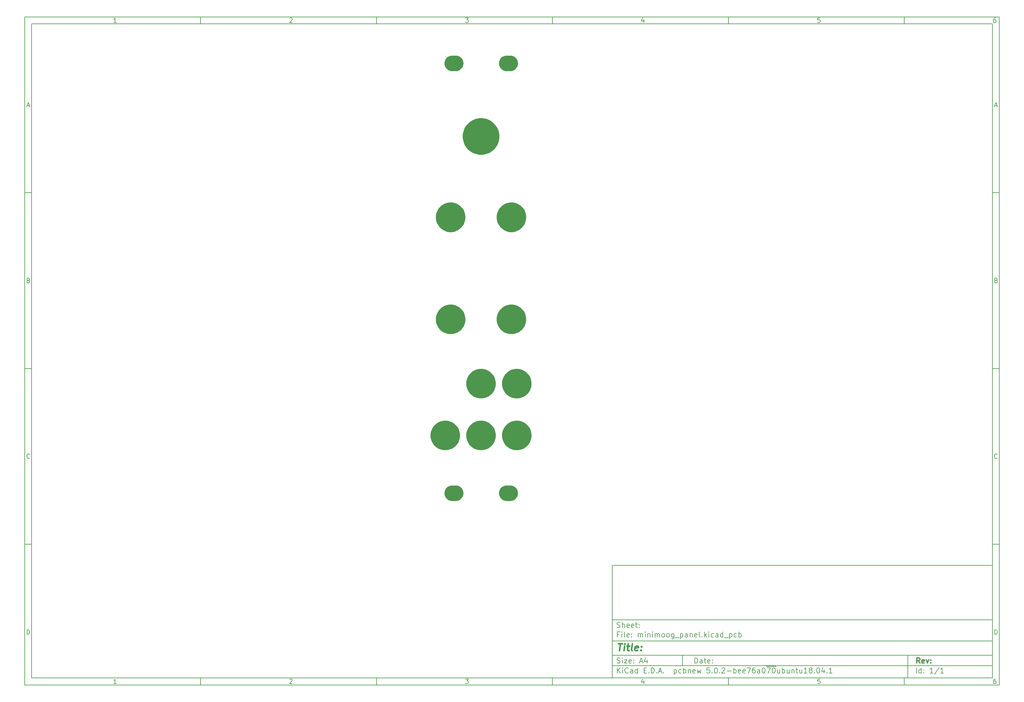
<source format=gbr>
G04 #@! TF.GenerationSoftware,KiCad,Pcbnew,5.0.2-bee76a0~70~ubuntu18.04.1*
G04 #@! TF.CreationDate,2019-05-15T10:05:18+10:00*
G04 #@! TF.ProjectId,minimoog_panel,6d696e69-6d6f-46f6-975f-70616e656c2e,rev?*
G04 #@! TF.SameCoordinates,Original*
G04 #@! TF.FileFunction,Soldermask,Top*
G04 #@! TF.FilePolarity,Negative*
%FSLAX46Y46*%
G04 Gerber Fmt 4.6, Leading zero omitted, Abs format (unit mm)*
G04 Created by KiCad (PCBNEW 5.0.2-bee76a0~70~ubuntu18.04.1) date Wed 15 May 2019 10:05:18 AEST*
%MOMM*%
%LPD*%
G01*
G04 APERTURE LIST*
%ADD10C,0.100000*%
%ADD11C,0.150000*%
%ADD12C,0.300000*%
%ADD13C,0.400000*%
G04 APERTURE END LIST*
D10*
D11*
X177002200Y-166007200D02*
X177002200Y-198007200D01*
X285002200Y-198007200D01*
X285002200Y-166007200D01*
X177002200Y-166007200D01*
D10*
D11*
X10000000Y-10000000D02*
X10000000Y-200007200D01*
X287002200Y-200007200D01*
X287002200Y-10000000D01*
X10000000Y-10000000D01*
D10*
D11*
X12000000Y-12000000D02*
X12000000Y-198007200D01*
X285002200Y-198007200D01*
X285002200Y-12000000D01*
X12000000Y-12000000D01*
D10*
D11*
X60000000Y-12000000D02*
X60000000Y-10000000D01*
D10*
D11*
X110000000Y-12000000D02*
X110000000Y-10000000D01*
D10*
D11*
X160000000Y-12000000D02*
X160000000Y-10000000D01*
D10*
D11*
X210000000Y-12000000D02*
X210000000Y-10000000D01*
D10*
D11*
X260000000Y-12000000D02*
X260000000Y-10000000D01*
D10*
D11*
X36065476Y-11588095D02*
X35322619Y-11588095D01*
X35694047Y-11588095D02*
X35694047Y-10288095D01*
X35570238Y-10473809D01*
X35446428Y-10597619D01*
X35322619Y-10659523D01*
D10*
D11*
X85322619Y-10411904D02*
X85384523Y-10350000D01*
X85508333Y-10288095D01*
X85817857Y-10288095D01*
X85941666Y-10350000D01*
X86003571Y-10411904D01*
X86065476Y-10535714D01*
X86065476Y-10659523D01*
X86003571Y-10845238D01*
X85260714Y-11588095D01*
X86065476Y-11588095D01*
D10*
D11*
X135260714Y-10288095D02*
X136065476Y-10288095D01*
X135632142Y-10783333D01*
X135817857Y-10783333D01*
X135941666Y-10845238D01*
X136003571Y-10907142D01*
X136065476Y-11030952D01*
X136065476Y-11340476D01*
X136003571Y-11464285D01*
X135941666Y-11526190D01*
X135817857Y-11588095D01*
X135446428Y-11588095D01*
X135322619Y-11526190D01*
X135260714Y-11464285D01*
D10*
D11*
X185941666Y-10721428D02*
X185941666Y-11588095D01*
X185632142Y-10226190D02*
X185322619Y-11154761D01*
X186127380Y-11154761D01*
D10*
D11*
X236003571Y-10288095D02*
X235384523Y-10288095D01*
X235322619Y-10907142D01*
X235384523Y-10845238D01*
X235508333Y-10783333D01*
X235817857Y-10783333D01*
X235941666Y-10845238D01*
X236003571Y-10907142D01*
X236065476Y-11030952D01*
X236065476Y-11340476D01*
X236003571Y-11464285D01*
X235941666Y-11526190D01*
X235817857Y-11588095D01*
X235508333Y-11588095D01*
X235384523Y-11526190D01*
X235322619Y-11464285D01*
D10*
D11*
X285941666Y-10288095D02*
X285694047Y-10288095D01*
X285570238Y-10350000D01*
X285508333Y-10411904D01*
X285384523Y-10597619D01*
X285322619Y-10845238D01*
X285322619Y-11340476D01*
X285384523Y-11464285D01*
X285446428Y-11526190D01*
X285570238Y-11588095D01*
X285817857Y-11588095D01*
X285941666Y-11526190D01*
X286003571Y-11464285D01*
X286065476Y-11340476D01*
X286065476Y-11030952D01*
X286003571Y-10907142D01*
X285941666Y-10845238D01*
X285817857Y-10783333D01*
X285570238Y-10783333D01*
X285446428Y-10845238D01*
X285384523Y-10907142D01*
X285322619Y-11030952D01*
D10*
D11*
X60000000Y-198007200D02*
X60000000Y-200007200D01*
D10*
D11*
X110000000Y-198007200D02*
X110000000Y-200007200D01*
D10*
D11*
X160000000Y-198007200D02*
X160000000Y-200007200D01*
D10*
D11*
X210000000Y-198007200D02*
X210000000Y-200007200D01*
D10*
D11*
X260000000Y-198007200D02*
X260000000Y-200007200D01*
D10*
D11*
X36065476Y-199595295D02*
X35322619Y-199595295D01*
X35694047Y-199595295D02*
X35694047Y-198295295D01*
X35570238Y-198481009D01*
X35446428Y-198604819D01*
X35322619Y-198666723D01*
D10*
D11*
X85322619Y-198419104D02*
X85384523Y-198357200D01*
X85508333Y-198295295D01*
X85817857Y-198295295D01*
X85941666Y-198357200D01*
X86003571Y-198419104D01*
X86065476Y-198542914D01*
X86065476Y-198666723D01*
X86003571Y-198852438D01*
X85260714Y-199595295D01*
X86065476Y-199595295D01*
D10*
D11*
X135260714Y-198295295D02*
X136065476Y-198295295D01*
X135632142Y-198790533D01*
X135817857Y-198790533D01*
X135941666Y-198852438D01*
X136003571Y-198914342D01*
X136065476Y-199038152D01*
X136065476Y-199347676D01*
X136003571Y-199471485D01*
X135941666Y-199533390D01*
X135817857Y-199595295D01*
X135446428Y-199595295D01*
X135322619Y-199533390D01*
X135260714Y-199471485D01*
D10*
D11*
X185941666Y-198728628D02*
X185941666Y-199595295D01*
X185632142Y-198233390D02*
X185322619Y-199161961D01*
X186127380Y-199161961D01*
D10*
D11*
X236003571Y-198295295D02*
X235384523Y-198295295D01*
X235322619Y-198914342D01*
X235384523Y-198852438D01*
X235508333Y-198790533D01*
X235817857Y-198790533D01*
X235941666Y-198852438D01*
X236003571Y-198914342D01*
X236065476Y-199038152D01*
X236065476Y-199347676D01*
X236003571Y-199471485D01*
X235941666Y-199533390D01*
X235817857Y-199595295D01*
X235508333Y-199595295D01*
X235384523Y-199533390D01*
X235322619Y-199471485D01*
D10*
D11*
X285941666Y-198295295D02*
X285694047Y-198295295D01*
X285570238Y-198357200D01*
X285508333Y-198419104D01*
X285384523Y-198604819D01*
X285322619Y-198852438D01*
X285322619Y-199347676D01*
X285384523Y-199471485D01*
X285446428Y-199533390D01*
X285570238Y-199595295D01*
X285817857Y-199595295D01*
X285941666Y-199533390D01*
X286003571Y-199471485D01*
X286065476Y-199347676D01*
X286065476Y-199038152D01*
X286003571Y-198914342D01*
X285941666Y-198852438D01*
X285817857Y-198790533D01*
X285570238Y-198790533D01*
X285446428Y-198852438D01*
X285384523Y-198914342D01*
X285322619Y-199038152D01*
D10*
D11*
X10000000Y-60000000D02*
X12000000Y-60000000D01*
D10*
D11*
X10000000Y-110000000D02*
X12000000Y-110000000D01*
D10*
D11*
X10000000Y-160000000D02*
X12000000Y-160000000D01*
D10*
D11*
X10690476Y-35216666D02*
X11309523Y-35216666D01*
X10566666Y-35588095D02*
X11000000Y-34288095D01*
X11433333Y-35588095D01*
D10*
D11*
X11092857Y-84907142D02*
X11278571Y-84969047D01*
X11340476Y-85030952D01*
X11402380Y-85154761D01*
X11402380Y-85340476D01*
X11340476Y-85464285D01*
X11278571Y-85526190D01*
X11154761Y-85588095D01*
X10659523Y-85588095D01*
X10659523Y-84288095D01*
X11092857Y-84288095D01*
X11216666Y-84350000D01*
X11278571Y-84411904D01*
X11340476Y-84535714D01*
X11340476Y-84659523D01*
X11278571Y-84783333D01*
X11216666Y-84845238D01*
X11092857Y-84907142D01*
X10659523Y-84907142D01*
D10*
D11*
X11402380Y-135464285D02*
X11340476Y-135526190D01*
X11154761Y-135588095D01*
X11030952Y-135588095D01*
X10845238Y-135526190D01*
X10721428Y-135402380D01*
X10659523Y-135278571D01*
X10597619Y-135030952D01*
X10597619Y-134845238D01*
X10659523Y-134597619D01*
X10721428Y-134473809D01*
X10845238Y-134350000D01*
X11030952Y-134288095D01*
X11154761Y-134288095D01*
X11340476Y-134350000D01*
X11402380Y-134411904D01*
D10*
D11*
X10659523Y-185588095D02*
X10659523Y-184288095D01*
X10969047Y-184288095D01*
X11154761Y-184350000D01*
X11278571Y-184473809D01*
X11340476Y-184597619D01*
X11402380Y-184845238D01*
X11402380Y-185030952D01*
X11340476Y-185278571D01*
X11278571Y-185402380D01*
X11154761Y-185526190D01*
X10969047Y-185588095D01*
X10659523Y-185588095D01*
D10*
D11*
X287002200Y-60000000D02*
X285002200Y-60000000D01*
D10*
D11*
X287002200Y-110000000D02*
X285002200Y-110000000D01*
D10*
D11*
X287002200Y-160000000D02*
X285002200Y-160000000D01*
D10*
D11*
X285692676Y-35216666D02*
X286311723Y-35216666D01*
X285568866Y-35588095D02*
X286002200Y-34288095D01*
X286435533Y-35588095D01*
D10*
D11*
X286095057Y-84907142D02*
X286280771Y-84969047D01*
X286342676Y-85030952D01*
X286404580Y-85154761D01*
X286404580Y-85340476D01*
X286342676Y-85464285D01*
X286280771Y-85526190D01*
X286156961Y-85588095D01*
X285661723Y-85588095D01*
X285661723Y-84288095D01*
X286095057Y-84288095D01*
X286218866Y-84350000D01*
X286280771Y-84411904D01*
X286342676Y-84535714D01*
X286342676Y-84659523D01*
X286280771Y-84783333D01*
X286218866Y-84845238D01*
X286095057Y-84907142D01*
X285661723Y-84907142D01*
D10*
D11*
X286404580Y-135464285D02*
X286342676Y-135526190D01*
X286156961Y-135588095D01*
X286033152Y-135588095D01*
X285847438Y-135526190D01*
X285723628Y-135402380D01*
X285661723Y-135278571D01*
X285599819Y-135030952D01*
X285599819Y-134845238D01*
X285661723Y-134597619D01*
X285723628Y-134473809D01*
X285847438Y-134350000D01*
X286033152Y-134288095D01*
X286156961Y-134288095D01*
X286342676Y-134350000D01*
X286404580Y-134411904D01*
D10*
D11*
X285661723Y-185588095D02*
X285661723Y-184288095D01*
X285971247Y-184288095D01*
X286156961Y-184350000D01*
X286280771Y-184473809D01*
X286342676Y-184597619D01*
X286404580Y-184845238D01*
X286404580Y-185030952D01*
X286342676Y-185278571D01*
X286280771Y-185402380D01*
X286156961Y-185526190D01*
X285971247Y-185588095D01*
X285661723Y-185588095D01*
D10*
D11*
X200434342Y-193785771D02*
X200434342Y-192285771D01*
X200791485Y-192285771D01*
X201005771Y-192357200D01*
X201148628Y-192500057D01*
X201220057Y-192642914D01*
X201291485Y-192928628D01*
X201291485Y-193142914D01*
X201220057Y-193428628D01*
X201148628Y-193571485D01*
X201005771Y-193714342D01*
X200791485Y-193785771D01*
X200434342Y-193785771D01*
X202577200Y-193785771D02*
X202577200Y-193000057D01*
X202505771Y-192857200D01*
X202362914Y-192785771D01*
X202077200Y-192785771D01*
X201934342Y-192857200D01*
X202577200Y-193714342D02*
X202434342Y-193785771D01*
X202077200Y-193785771D01*
X201934342Y-193714342D01*
X201862914Y-193571485D01*
X201862914Y-193428628D01*
X201934342Y-193285771D01*
X202077200Y-193214342D01*
X202434342Y-193214342D01*
X202577200Y-193142914D01*
X203077200Y-192785771D02*
X203648628Y-192785771D01*
X203291485Y-192285771D02*
X203291485Y-193571485D01*
X203362914Y-193714342D01*
X203505771Y-193785771D01*
X203648628Y-193785771D01*
X204720057Y-193714342D02*
X204577200Y-193785771D01*
X204291485Y-193785771D01*
X204148628Y-193714342D01*
X204077200Y-193571485D01*
X204077200Y-193000057D01*
X204148628Y-192857200D01*
X204291485Y-192785771D01*
X204577200Y-192785771D01*
X204720057Y-192857200D01*
X204791485Y-193000057D01*
X204791485Y-193142914D01*
X204077200Y-193285771D01*
X205434342Y-193642914D02*
X205505771Y-193714342D01*
X205434342Y-193785771D01*
X205362914Y-193714342D01*
X205434342Y-193642914D01*
X205434342Y-193785771D01*
X205434342Y-192857200D02*
X205505771Y-192928628D01*
X205434342Y-193000057D01*
X205362914Y-192928628D01*
X205434342Y-192857200D01*
X205434342Y-193000057D01*
D10*
D11*
X177002200Y-194507200D02*
X285002200Y-194507200D01*
D10*
D11*
X178434342Y-196585771D02*
X178434342Y-195085771D01*
X179291485Y-196585771D02*
X178648628Y-195728628D01*
X179291485Y-195085771D02*
X178434342Y-195942914D01*
X179934342Y-196585771D02*
X179934342Y-195585771D01*
X179934342Y-195085771D02*
X179862914Y-195157200D01*
X179934342Y-195228628D01*
X180005771Y-195157200D01*
X179934342Y-195085771D01*
X179934342Y-195228628D01*
X181505771Y-196442914D02*
X181434342Y-196514342D01*
X181220057Y-196585771D01*
X181077200Y-196585771D01*
X180862914Y-196514342D01*
X180720057Y-196371485D01*
X180648628Y-196228628D01*
X180577200Y-195942914D01*
X180577200Y-195728628D01*
X180648628Y-195442914D01*
X180720057Y-195300057D01*
X180862914Y-195157200D01*
X181077200Y-195085771D01*
X181220057Y-195085771D01*
X181434342Y-195157200D01*
X181505771Y-195228628D01*
X182791485Y-196585771D02*
X182791485Y-195800057D01*
X182720057Y-195657200D01*
X182577200Y-195585771D01*
X182291485Y-195585771D01*
X182148628Y-195657200D01*
X182791485Y-196514342D02*
X182648628Y-196585771D01*
X182291485Y-196585771D01*
X182148628Y-196514342D01*
X182077200Y-196371485D01*
X182077200Y-196228628D01*
X182148628Y-196085771D01*
X182291485Y-196014342D01*
X182648628Y-196014342D01*
X182791485Y-195942914D01*
X184148628Y-196585771D02*
X184148628Y-195085771D01*
X184148628Y-196514342D02*
X184005771Y-196585771D01*
X183720057Y-196585771D01*
X183577200Y-196514342D01*
X183505771Y-196442914D01*
X183434342Y-196300057D01*
X183434342Y-195871485D01*
X183505771Y-195728628D01*
X183577200Y-195657200D01*
X183720057Y-195585771D01*
X184005771Y-195585771D01*
X184148628Y-195657200D01*
X186005771Y-195800057D02*
X186505771Y-195800057D01*
X186720057Y-196585771D02*
X186005771Y-196585771D01*
X186005771Y-195085771D01*
X186720057Y-195085771D01*
X187362914Y-196442914D02*
X187434342Y-196514342D01*
X187362914Y-196585771D01*
X187291485Y-196514342D01*
X187362914Y-196442914D01*
X187362914Y-196585771D01*
X188077200Y-196585771D02*
X188077200Y-195085771D01*
X188434342Y-195085771D01*
X188648628Y-195157200D01*
X188791485Y-195300057D01*
X188862914Y-195442914D01*
X188934342Y-195728628D01*
X188934342Y-195942914D01*
X188862914Y-196228628D01*
X188791485Y-196371485D01*
X188648628Y-196514342D01*
X188434342Y-196585771D01*
X188077200Y-196585771D01*
X189577200Y-196442914D02*
X189648628Y-196514342D01*
X189577200Y-196585771D01*
X189505771Y-196514342D01*
X189577200Y-196442914D01*
X189577200Y-196585771D01*
X190220057Y-196157200D02*
X190934342Y-196157200D01*
X190077200Y-196585771D02*
X190577200Y-195085771D01*
X191077200Y-196585771D01*
X191577200Y-196442914D02*
X191648628Y-196514342D01*
X191577200Y-196585771D01*
X191505771Y-196514342D01*
X191577200Y-196442914D01*
X191577200Y-196585771D01*
X194577200Y-195585771D02*
X194577200Y-197085771D01*
X194577200Y-195657200D02*
X194720057Y-195585771D01*
X195005771Y-195585771D01*
X195148628Y-195657200D01*
X195220057Y-195728628D01*
X195291485Y-195871485D01*
X195291485Y-196300057D01*
X195220057Y-196442914D01*
X195148628Y-196514342D01*
X195005771Y-196585771D01*
X194720057Y-196585771D01*
X194577200Y-196514342D01*
X196577200Y-196514342D02*
X196434342Y-196585771D01*
X196148628Y-196585771D01*
X196005771Y-196514342D01*
X195934342Y-196442914D01*
X195862914Y-196300057D01*
X195862914Y-195871485D01*
X195934342Y-195728628D01*
X196005771Y-195657200D01*
X196148628Y-195585771D01*
X196434342Y-195585771D01*
X196577200Y-195657200D01*
X197220057Y-196585771D02*
X197220057Y-195085771D01*
X197220057Y-195657200D02*
X197362914Y-195585771D01*
X197648628Y-195585771D01*
X197791485Y-195657200D01*
X197862914Y-195728628D01*
X197934342Y-195871485D01*
X197934342Y-196300057D01*
X197862914Y-196442914D01*
X197791485Y-196514342D01*
X197648628Y-196585771D01*
X197362914Y-196585771D01*
X197220057Y-196514342D01*
X198577200Y-195585771D02*
X198577200Y-196585771D01*
X198577200Y-195728628D02*
X198648628Y-195657200D01*
X198791485Y-195585771D01*
X199005771Y-195585771D01*
X199148628Y-195657200D01*
X199220057Y-195800057D01*
X199220057Y-196585771D01*
X200505771Y-196514342D02*
X200362914Y-196585771D01*
X200077200Y-196585771D01*
X199934342Y-196514342D01*
X199862914Y-196371485D01*
X199862914Y-195800057D01*
X199934342Y-195657200D01*
X200077200Y-195585771D01*
X200362914Y-195585771D01*
X200505771Y-195657200D01*
X200577200Y-195800057D01*
X200577200Y-195942914D01*
X199862914Y-196085771D01*
X201077200Y-195585771D02*
X201362914Y-196585771D01*
X201648628Y-195871485D01*
X201934342Y-196585771D01*
X202220057Y-195585771D01*
X204648628Y-195085771D02*
X203934342Y-195085771D01*
X203862914Y-195800057D01*
X203934342Y-195728628D01*
X204077200Y-195657200D01*
X204434342Y-195657200D01*
X204577200Y-195728628D01*
X204648628Y-195800057D01*
X204720057Y-195942914D01*
X204720057Y-196300057D01*
X204648628Y-196442914D01*
X204577200Y-196514342D01*
X204434342Y-196585771D01*
X204077200Y-196585771D01*
X203934342Y-196514342D01*
X203862914Y-196442914D01*
X205362914Y-196442914D02*
X205434342Y-196514342D01*
X205362914Y-196585771D01*
X205291485Y-196514342D01*
X205362914Y-196442914D01*
X205362914Y-196585771D01*
X206362914Y-195085771D02*
X206505771Y-195085771D01*
X206648628Y-195157200D01*
X206720057Y-195228628D01*
X206791485Y-195371485D01*
X206862914Y-195657200D01*
X206862914Y-196014342D01*
X206791485Y-196300057D01*
X206720057Y-196442914D01*
X206648628Y-196514342D01*
X206505771Y-196585771D01*
X206362914Y-196585771D01*
X206220057Y-196514342D01*
X206148628Y-196442914D01*
X206077200Y-196300057D01*
X206005771Y-196014342D01*
X206005771Y-195657200D01*
X206077200Y-195371485D01*
X206148628Y-195228628D01*
X206220057Y-195157200D01*
X206362914Y-195085771D01*
X207505771Y-196442914D02*
X207577200Y-196514342D01*
X207505771Y-196585771D01*
X207434342Y-196514342D01*
X207505771Y-196442914D01*
X207505771Y-196585771D01*
X208148628Y-195228628D02*
X208220057Y-195157200D01*
X208362914Y-195085771D01*
X208720057Y-195085771D01*
X208862914Y-195157200D01*
X208934342Y-195228628D01*
X209005771Y-195371485D01*
X209005771Y-195514342D01*
X208934342Y-195728628D01*
X208077200Y-196585771D01*
X209005771Y-196585771D01*
X209648628Y-196014342D02*
X210791485Y-196014342D01*
X211505771Y-196585771D02*
X211505771Y-195085771D01*
X211505771Y-195657200D02*
X211648628Y-195585771D01*
X211934342Y-195585771D01*
X212077200Y-195657200D01*
X212148628Y-195728628D01*
X212220057Y-195871485D01*
X212220057Y-196300057D01*
X212148628Y-196442914D01*
X212077200Y-196514342D01*
X211934342Y-196585771D01*
X211648628Y-196585771D01*
X211505771Y-196514342D01*
X213434342Y-196514342D02*
X213291485Y-196585771D01*
X213005771Y-196585771D01*
X212862914Y-196514342D01*
X212791485Y-196371485D01*
X212791485Y-195800057D01*
X212862914Y-195657200D01*
X213005771Y-195585771D01*
X213291485Y-195585771D01*
X213434342Y-195657200D01*
X213505771Y-195800057D01*
X213505771Y-195942914D01*
X212791485Y-196085771D01*
X214720057Y-196514342D02*
X214577200Y-196585771D01*
X214291485Y-196585771D01*
X214148628Y-196514342D01*
X214077200Y-196371485D01*
X214077200Y-195800057D01*
X214148628Y-195657200D01*
X214291485Y-195585771D01*
X214577200Y-195585771D01*
X214720057Y-195657200D01*
X214791485Y-195800057D01*
X214791485Y-195942914D01*
X214077200Y-196085771D01*
X215291485Y-195085771D02*
X216291485Y-195085771D01*
X215648628Y-196585771D01*
X217505771Y-195085771D02*
X217220057Y-195085771D01*
X217077200Y-195157200D01*
X217005771Y-195228628D01*
X216862914Y-195442914D01*
X216791485Y-195728628D01*
X216791485Y-196300057D01*
X216862914Y-196442914D01*
X216934342Y-196514342D01*
X217077200Y-196585771D01*
X217362914Y-196585771D01*
X217505771Y-196514342D01*
X217577200Y-196442914D01*
X217648628Y-196300057D01*
X217648628Y-195942914D01*
X217577200Y-195800057D01*
X217505771Y-195728628D01*
X217362914Y-195657200D01*
X217077200Y-195657200D01*
X216934342Y-195728628D01*
X216862914Y-195800057D01*
X216791485Y-195942914D01*
X218934342Y-196585771D02*
X218934342Y-195800057D01*
X218862914Y-195657200D01*
X218720057Y-195585771D01*
X218434342Y-195585771D01*
X218291485Y-195657200D01*
X218934342Y-196514342D02*
X218791485Y-196585771D01*
X218434342Y-196585771D01*
X218291485Y-196514342D01*
X218220057Y-196371485D01*
X218220057Y-196228628D01*
X218291485Y-196085771D01*
X218434342Y-196014342D01*
X218791485Y-196014342D01*
X218934342Y-195942914D01*
X219934342Y-195085771D02*
X220077200Y-195085771D01*
X220220057Y-195157200D01*
X220291485Y-195228628D01*
X220362914Y-195371485D01*
X220434342Y-195657200D01*
X220434342Y-196014342D01*
X220362914Y-196300057D01*
X220291485Y-196442914D01*
X220220057Y-196514342D01*
X220077200Y-196585771D01*
X219934342Y-196585771D01*
X219791485Y-196514342D01*
X219720057Y-196442914D01*
X219648628Y-196300057D01*
X219577200Y-196014342D01*
X219577200Y-195657200D01*
X219648628Y-195371485D01*
X219720057Y-195228628D01*
X219791485Y-195157200D01*
X219934342Y-195085771D01*
X220720057Y-194677200D02*
X222148628Y-194677200D01*
X220934342Y-195085771D02*
X221934342Y-195085771D01*
X221291485Y-196585771D01*
X222148628Y-194677200D02*
X223577200Y-194677200D01*
X222791485Y-195085771D02*
X222934342Y-195085771D01*
X223077200Y-195157200D01*
X223148628Y-195228628D01*
X223220057Y-195371485D01*
X223291485Y-195657200D01*
X223291485Y-196014342D01*
X223220057Y-196300057D01*
X223148628Y-196442914D01*
X223077200Y-196514342D01*
X222934342Y-196585771D01*
X222791485Y-196585771D01*
X222648628Y-196514342D01*
X222577200Y-196442914D01*
X222505771Y-196300057D01*
X222434342Y-196014342D01*
X222434342Y-195657200D01*
X222505771Y-195371485D01*
X222577200Y-195228628D01*
X222648628Y-195157200D01*
X222791485Y-195085771D01*
X224577200Y-195585771D02*
X224577200Y-196585771D01*
X223934342Y-195585771D02*
X223934342Y-196371485D01*
X224005771Y-196514342D01*
X224148628Y-196585771D01*
X224362914Y-196585771D01*
X224505771Y-196514342D01*
X224577200Y-196442914D01*
X225291485Y-196585771D02*
X225291485Y-195085771D01*
X225291485Y-195657200D02*
X225434342Y-195585771D01*
X225720057Y-195585771D01*
X225862914Y-195657200D01*
X225934342Y-195728628D01*
X226005771Y-195871485D01*
X226005771Y-196300057D01*
X225934342Y-196442914D01*
X225862914Y-196514342D01*
X225720057Y-196585771D01*
X225434342Y-196585771D01*
X225291485Y-196514342D01*
X227291485Y-195585771D02*
X227291485Y-196585771D01*
X226648628Y-195585771D02*
X226648628Y-196371485D01*
X226720057Y-196514342D01*
X226862914Y-196585771D01*
X227077200Y-196585771D01*
X227220057Y-196514342D01*
X227291485Y-196442914D01*
X228005771Y-195585771D02*
X228005771Y-196585771D01*
X228005771Y-195728628D02*
X228077200Y-195657200D01*
X228220057Y-195585771D01*
X228434342Y-195585771D01*
X228577200Y-195657200D01*
X228648628Y-195800057D01*
X228648628Y-196585771D01*
X229148628Y-195585771D02*
X229720057Y-195585771D01*
X229362914Y-195085771D02*
X229362914Y-196371485D01*
X229434342Y-196514342D01*
X229577200Y-196585771D01*
X229720057Y-196585771D01*
X230862914Y-195585771D02*
X230862914Y-196585771D01*
X230220057Y-195585771D02*
X230220057Y-196371485D01*
X230291485Y-196514342D01*
X230434342Y-196585771D01*
X230648628Y-196585771D01*
X230791485Y-196514342D01*
X230862914Y-196442914D01*
X232362914Y-196585771D02*
X231505771Y-196585771D01*
X231934342Y-196585771D02*
X231934342Y-195085771D01*
X231791485Y-195300057D01*
X231648628Y-195442914D01*
X231505771Y-195514342D01*
X233220057Y-195728628D02*
X233077200Y-195657200D01*
X233005771Y-195585771D01*
X232934342Y-195442914D01*
X232934342Y-195371485D01*
X233005771Y-195228628D01*
X233077200Y-195157200D01*
X233220057Y-195085771D01*
X233505771Y-195085771D01*
X233648628Y-195157200D01*
X233720057Y-195228628D01*
X233791485Y-195371485D01*
X233791485Y-195442914D01*
X233720057Y-195585771D01*
X233648628Y-195657200D01*
X233505771Y-195728628D01*
X233220057Y-195728628D01*
X233077200Y-195800057D01*
X233005771Y-195871485D01*
X232934342Y-196014342D01*
X232934342Y-196300057D01*
X233005771Y-196442914D01*
X233077200Y-196514342D01*
X233220057Y-196585771D01*
X233505771Y-196585771D01*
X233648628Y-196514342D01*
X233720057Y-196442914D01*
X233791485Y-196300057D01*
X233791485Y-196014342D01*
X233720057Y-195871485D01*
X233648628Y-195800057D01*
X233505771Y-195728628D01*
X234434342Y-196442914D02*
X234505771Y-196514342D01*
X234434342Y-196585771D01*
X234362914Y-196514342D01*
X234434342Y-196442914D01*
X234434342Y-196585771D01*
X235434342Y-195085771D02*
X235577200Y-195085771D01*
X235720057Y-195157200D01*
X235791485Y-195228628D01*
X235862914Y-195371485D01*
X235934342Y-195657200D01*
X235934342Y-196014342D01*
X235862914Y-196300057D01*
X235791485Y-196442914D01*
X235720057Y-196514342D01*
X235577200Y-196585771D01*
X235434342Y-196585771D01*
X235291485Y-196514342D01*
X235220057Y-196442914D01*
X235148628Y-196300057D01*
X235077200Y-196014342D01*
X235077200Y-195657200D01*
X235148628Y-195371485D01*
X235220057Y-195228628D01*
X235291485Y-195157200D01*
X235434342Y-195085771D01*
X237220057Y-195585771D02*
X237220057Y-196585771D01*
X236862914Y-195014342D02*
X236505771Y-196085771D01*
X237434342Y-196085771D01*
X238005771Y-196442914D02*
X238077199Y-196514342D01*
X238005771Y-196585771D01*
X237934342Y-196514342D01*
X238005771Y-196442914D01*
X238005771Y-196585771D01*
X239505771Y-196585771D02*
X238648628Y-196585771D01*
X239077200Y-196585771D02*
X239077200Y-195085771D01*
X238934342Y-195300057D01*
X238791485Y-195442914D01*
X238648628Y-195514342D01*
D10*
D11*
X177002200Y-191507200D02*
X285002200Y-191507200D01*
D10*
D12*
X264411485Y-193785771D02*
X263911485Y-193071485D01*
X263554342Y-193785771D02*
X263554342Y-192285771D01*
X264125771Y-192285771D01*
X264268628Y-192357200D01*
X264340057Y-192428628D01*
X264411485Y-192571485D01*
X264411485Y-192785771D01*
X264340057Y-192928628D01*
X264268628Y-193000057D01*
X264125771Y-193071485D01*
X263554342Y-193071485D01*
X265625771Y-193714342D02*
X265482914Y-193785771D01*
X265197200Y-193785771D01*
X265054342Y-193714342D01*
X264982914Y-193571485D01*
X264982914Y-193000057D01*
X265054342Y-192857200D01*
X265197200Y-192785771D01*
X265482914Y-192785771D01*
X265625771Y-192857200D01*
X265697200Y-193000057D01*
X265697200Y-193142914D01*
X264982914Y-193285771D01*
X266197200Y-192785771D02*
X266554342Y-193785771D01*
X266911485Y-192785771D01*
X267482914Y-193642914D02*
X267554342Y-193714342D01*
X267482914Y-193785771D01*
X267411485Y-193714342D01*
X267482914Y-193642914D01*
X267482914Y-193785771D01*
X267482914Y-192857200D02*
X267554342Y-192928628D01*
X267482914Y-193000057D01*
X267411485Y-192928628D01*
X267482914Y-192857200D01*
X267482914Y-193000057D01*
D10*
D11*
X178362914Y-193714342D02*
X178577200Y-193785771D01*
X178934342Y-193785771D01*
X179077200Y-193714342D01*
X179148628Y-193642914D01*
X179220057Y-193500057D01*
X179220057Y-193357200D01*
X179148628Y-193214342D01*
X179077200Y-193142914D01*
X178934342Y-193071485D01*
X178648628Y-193000057D01*
X178505771Y-192928628D01*
X178434342Y-192857200D01*
X178362914Y-192714342D01*
X178362914Y-192571485D01*
X178434342Y-192428628D01*
X178505771Y-192357200D01*
X178648628Y-192285771D01*
X179005771Y-192285771D01*
X179220057Y-192357200D01*
X179862914Y-193785771D02*
X179862914Y-192785771D01*
X179862914Y-192285771D02*
X179791485Y-192357200D01*
X179862914Y-192428628D01*
X179934342Y-192357200D01*
X179862914Y-192285771D01*
X179862914Y-192428628D01*
X180434342Y-192785771D02*
X181220057Y-192785771D01*
X180434342Y-193785771D01*
X181220057Y-193785771D01*
X182362914Y-193714342D02*
X182220057Y-193785771D01*
X181934342Y-193785771D01*
X181791485Y-193714342D01*
X181720057Y-193571485D01*
X181720057Y-193000057D01*
X181791485Y-192857200D01*
X181934342Y-192785771D01*
X182220057Y-192785771D01*
X182362914Y-192857200D01*
X182434342Y-193000057D01*
X182434342Y-193142914D01*
X181720057Y-193285771D01*
X183077200Y-193642914D02*
X183148628Y-193714342D01*
X183077200Y-193785771D01*
X183005771Y-193714342D01*
X183077200Y-193642914D01*
X183077200Y-193785771D01*
X183077200Y-192857200D02*
X183148628Y-192928628D01*
X183077200Y-193000057D01*
X183005771Y-192928628D01*
X183077200Y-192857200D01*
X183077200Y-193000057D01*
X184862914Y-193357200D02*
X185577200Y-193357200D01*
X184720057Y-193785771D02*
X185220057Y-192285771D01*
X185720057Y-193785771D01*
X186862914Y-192785771D02*
X186862914Y-193785771D01*
X186505771Y-192214342D02*
X186148628Y-193285771D01*
X187077200Y-193285771D01*
D10*
D11*
X263434342Y-196585771D02*
X263434342Y-195085771D01*
X264791485Y-196585771D02*
X264791485Y-195085771D01*
X264791485Y-196514342D02*
X264648628Y-196585771D01*
X264362914Y-196585771D01*
X264220057Y-196514342D01*
X264148628Y-196442914D01*
X264077200Y-196300057D01*
X264077200Y-195871485D01*
X264148628Y-195728628D01*
X264220057Y-195657200D01*
X264362914Y-195585771D01*
X264648628Y-195585771D01*
X264791485Y-195657200D01*
X265505771Y-196442914D02*
X265577200Y-196514342D01*
X265505771Y-196585771D01*
X265434342Y-196514342D01*
X265505771Y-196442914D01*
X265505771Y-196585771D01*
X265505771Y-195657200D02*
X265577200Y-195728628D01*
X265505771Y-195800057D01*
X265434342Y-195728628D01*
X265505771Y-195657200D01*
X265505771Y-195800057D01*
X268148628Y-196585771D02*
X267291485Y-196585771D01*
X267720057Y-196585771D02*
X267720057Y-195085771D01*
X267577200Y-195300057D01*
X267434342Y-195442914D01*
X267291485Y-195514342D01*
X269862914Y-195014342D02*
X268577200Y-196942914D01*
X271148628Y-196585771D02*
X270291485Y-196585771D01*
X270720057Y-196585771D02*
X270720057Y-195085771D01*
X270577200Y-195300057D01*
X270434342Y-195442914D01*
X270291485Y-195514342D01*
D10*
D11*
X177002200Y-187507200D02*
X285002200Y-187507200D01*
D10*
D13*
X178714580Y-188211961D02*
X179857438Y-188211961D01*
X179036009Y-190211961D02*
X179286009Y-188211961D01*
X180274104Y-190211961D02*
X180440771Y-188878628D01*
X180524104Y-188211961D02*
X180416961Y-188307200D01*
X180500295Y-188402438D01*
X180607438Y-188307200D01*
X180524104Y-188211961D01*
X180500295Y-188402438D01*
X181107438Y-188878628D02*
X181869342Y-188878628D01*
X181476485Y-188211961D02*
X181262200Y-189926247D01*
X181333628Y-190116723D01*
X181512200Y-190211961D01*
X181702676Y-190211961D01*
X182655057Y-190211961D02*
X182476485Y-190116723D01*
X182405057Y-189926247D01*
X182619342Y-188211961D01*
X184190771Y-190116723D02*
X183988390Y-190211961D01*
X183607438Y-190211961D01*
X183428866Y-190116723D01*
X183357438Y-189926247D01*
X183452676Y-189164342D01*
X183571723Y-188973866D01*
X183774104Y-188878628D01*
X184155057Y-188878628D01*
X184333628Y-188973866D01*
X184405057Y-189164342D01*
X184381247Y-189354819D01*
X183405057Y-189545295D01*
X185155057Y-190021485D02*
X185238390Y-190116723D01*
X185131247Y-190211961D01*
X185047914Y-190116723D01*
X185155057Y-190021485D01*
X185131247Y-190211961D01*
X185286009Y-188973866D02*
X185369342Y-189069104D01*
X185262200Y-189164342D01*
X185178866Y-189069104D01*
X185286009Y-188973866D01*
X185262200Y-189164342D01*
D10*
D11*
X178934342Y-185600057D02*
X178434342Y-185600057D01*
X178434342Y-186385771D02*
X178434342Y-184885771D01*
X179148628Y-184885771D01*
X179720057Y-186385771D02*
X179720057Y-185385771D01*
X179720057Y-184885771D02*
X179648628Y-184957200D01*
X179720057Y-185028628D01*
X179791485Y-184957200D01*
X179720057Y-184885771D01*
X179720057Y-185028628D01*
X180648628Y-186385771D02*
X180505771Y-186314342D01*
X180434342Y-186171485D01*
X180434342Y-184885771D01*
X181791485Y-186314342D02*
X181648628Y-186385771D01*
X181362914Y-186385771D01*
X181220057Y-186314342D01*
X181148628Y-186171485D01*
X181148628Y-185600057D01*
X181220057Y-185457200D01*
X181362914Y-185385771D01*
X181648628Y-185385771D01*
X181791485Y-185457200D01*
X181862914Y-185600057D01*
X181862914Y-185742914D01*
X181148628Y-185885771D01*
X182505771Y-186242914D02*
X182577200Y-186314342D01*
X182505771Y-186385771D01*
X182434342Y-186314342D01*
X182505771Y-186242914D01*
X182505771Y-186385771D01*
X182505771Y-185457200D02*
X182577200Y-185528628D01*
X182505771Y-185600057D01*
X182434342Y-185528628D01*
X182505771Y-185457200D01*
X182505771Y-185600057D01*
X184362914Y-186385771D02*
X184362914Y-185385771D01*
X184362914Y-185528628D02*
X184434342Y-185457200D01*
X184577200Y-185385771D01*
X184791485Y-185385771D01*
X184934342Y-185457200D01*
X185005771Y-185600057D01*
X185005771Y-186385771D01*
X185005771Y-185600057D02*
X185077200Y-185457200D01*
X185220057Y-185385771D01*
X185434342Y-185385771D01*
X185577200Y-185457200D01*
X185648628Y-185600057D01*
X185648628Y-186385771D01*
X186362914Y-186385771D02*
X186362914Y-185385771D01*
X186362914Y-184885771D02*
X186291485Y-184957200D01*
X186362914Y-185028628D01*
X186434342Y-184957200D01*
X186362914Y-184885771D01*
X186362914Y-185028628D01*
X187077200Y-185385771D02*
X187077200Y-186385771D01*
X187077200Y-185528628D02*
X187148628Y-185457200D01*
X187291485Y-185385771D01*
X187505771Y-185385771D01*
X187648628Y-185457200D01*
X187720057Y-185600057D01*
X187720057Y-186385771D01*
X188434342Y-186385771D02*
X188434342Y-185385771D01*
X188434342Y-184885771D02*
X188362914Y-184957200D01*
X188434342Y-185028628D01*
X188505771Y-184957200D01*
X188434342Y-184885771D01*
X188434342Y-185028628D01*
X189148628Y-186385771D02*
X189148628Y-185385771D01*
X189148628Y-185528628D02*
X189220057Y-185457200D01*
X189362914Y-185385771D01*
X189577200Y-185385771D01*
X189720057Y-185457200D01*
X189791485Y-185600057D01*
X189791485Y-186385771D01*
X189791485Y-185600057D02*
X189862914Y-185457200D01*
X190005771Y-185385771D01*
X190220057Y-185385771D01*
X190362914Y-185457200D01*
X190434342Y-185600057D01*
X190434342Y-186385771D01*
X191362914Y-186385771D02*
X191220057Y-186314342D01*
X191148628Y-186242914D01*
X191077200Y-186100057D01*
X191077200Y-185671485D01*
X191148628Y-185528628D01*
X191220057Y-185457200D01*
X191362914Y-185385771D01*
X191577200Y-185385771D01*
X191720057Y-185457200D01*
X191791485Y-185528628D01*
X191862914Y-185671485D01*
X191862914Y-186100057D01*
X191791485Y-186242914D01*
X191720057Y-186314342D01*
X191577200Y-186385771D01*
X191362914Y-186385771D01*
X192720057Y-186385771D02*
X192577200Y-186314342D01*
X192505771Y-186242914D01*
X192434342Y-186100057D01*
X192434342Y-185671485D01*
X192505771Y-185528628D01*
X192577200Y-185457200D01*
X192720057Y-185385771D01*
X192934342Y-185385771D01*
X193077200Y-185457200D01*
X193148628Y-185528628D01*
X193220057Y-185671485D01*
X193220057Y-186100057D01*
X193148628Y-186242914D01*
X193077200Y-186314342D01*
X192934342Y-186385771D01*
X192720057Y-186385771D01*
X194505771Y-185385771D02*
X194505771Y-186600057D01*
X194434342Y-186742914D01*
X194362914Y-186814342D01*
X194220057Y-186885771D01*
X194005771Y-186885771D01*
X193862914Y-186814342D01*
X194505771Y-186314342D02*
X194362914Y-186385771D01*
X194077200Y-186385771D01*
X193934342Y-186314342D01*
X193862914Y-186242914D01*
X193791485Y-186100057D01*
X193791485Y-185671485D01*
X193862914Y-185528628D01*
X193934342Y-185457200D01*
X194077200Y-185385771D01*
X194362914Y-185385771D01*
X194505771Y-185457200D01*
X194862914Y-186528628D02*
X196005771Y-186528628D01*
X196362914Y-185385771D02*
X196362914Y-186885771D01*
X196362914Y-185457200D02*
X196505771Y-185385771D01*
X196791485Y-185385771D01*
X196934342Y-185457200D01*
X197005771Y-185528628D01*
X197077200Y-185671485D01*
X197077200Y-186100057D01*
X197005771Y-186242914D01*
X196934342Y-186314342D01*
X196791485Y-186385771D01*
X196505771Y-186385771D01*
X196362914Y-186314342D01*
X198362914Y-186385771D02*
X198362914Y-185600057D01*
X198291485Y-185457200D01*
X198148628Y-185385771D01*
X197862914Y-185385771D01*
X197720057Y-185457200D01*
X198362914Y-186314342D02*
X198220057Y-186385771D01*
X197862914Y-186385771D01*
X197720057Y-186314342D01*
X197648628Y-186171485D01*
X197648628Y-186028628D01*
X197720057Y-185885771D01*
X197862914Y-185814342D01*
X198220057Y-185814342D01*
X198362914Y-185742914D01*
X199077200Y-185385771D02*
X199077200Y-186385771D01*
X199077200Y-185528628D02*
X199148628Y-185457200D01*
X199291485Y-185385771D01*
X199505771Y-185385771D01*
X199648628Y-185457200D01*
X199720057Y-185600057D01*
X199720057Y-186385771D01*
X201005771Y-186314342D02*
X200862914Y-186385771D01*
X200577200Y-186385771D01*
X200434342Y-186314342D01*
X200362914Y-186171485D01*
X200362914Y-185600057D01*
X200434342Y-185457200D01*
X200577200Y-185385771D01*
X200862914Y-185385771D01*
X201005771Y-185457200D01*
X201077200Y-185600057D01*
X201077200Y-185742914D01*
X200362914Y-185885771D01*
X201934342Y-186385771D02*
X201791485Y-186314342D01*
X201720057Y-186171485D01*
X201720057Y-184885771D01*
X202505771Y-186242914D02*
X202577200Y-186314342D01*
X202505771Y-186385771D01*
X202434342Y-186314342D01*
X202505771Y-186242914D01*
X202505771Y-186385771D01*
X203220057Y-186385771D02*
X203220057Y-184885771D01*
X203362914Y-185814342D02*
X203791485Y-186385771D01*
X203791485Y-185385771D02*
X203220057Y-185957200D01*
X204434342Y-186385771D02*
X204434342Y-185385771D01*
X204434342Y-184885771D02*
X204362914Y-184957200D01*
X204434342Y-185028628D01*
X204505771Y-184957200D01*
X204434342Y-184885771D01*
X204434342Y-185028628D01*
X205791485Y-186314342D02*
X205648628Y-186385771D01*
X205362914Y-186385771D01*
X205220057Y-186314342D01*
X205148628Y-186242914D01*
X205077200Y-186100057D01*
X205077200Y-185671485D01*
X205148628Y-185528628D01*
X205220057Y-185457200D01*
X205362914Y-185385771D01*
X205648628Y-185385771D01*
X205791485Y-185457200D01*
X207077200Y-186385771D02*
X207077200Y-185600057D01*
X207005771Y-185457200D01*
X206862914Y-185385771D01*
X206577200Y-185385771D01*
X206434342Y-185457200D01*
X207077200Y-186314342D02*
X206934342Y-186385771D01*
X206577200Y-186385771D01*
X206434342Y-186314342D01*
X206362914Y-186171485D01*
X206362914Y-186028628D01*
X206434342Y-185885771D01*
X206577200Y-185814342D01*
X206934342Y-185814342D01*
X207077200Y-185742914D01*
X208434342Y-186385771D02*
X208434342Y-184885771D01*
X208434342Y-186314342D02*
X208291485Y-186385771D01*
X208005771Y-186385771D01*
X207862914Y-186314342D01*
X207791485Y-186242914D01*
X207720057Y-186100057D01*
X207720057Y-185671485D01*
X207791485Y-185528628D01*
X207862914Y-185457200D01*
X208005771Y-185385771D01*
X208291485Y-185385771D01*
X208434342Y-185457200D01*
X208791485Y-186528628D02*
X209934342Y-186528628D01*
X210291485Y-185385771D02*
X210291485Y-186885771D01*
X210291485Y-185457200D02*
X210434342Y-185385771D01*
X210720057Y-185385771D01*
X210862914Y-185457200D01*
X210934342Y-185528628D01*
X211005771Y-185671485D01*
X211005771Y-186100057D01*
X210934342Y-186242914D01*
X210862914Y-186314342D01*
X210720057Y-186385771D01*
X210434342Y-186385771D01*
X210291485Y-186314342D01*
X212291485Y-186314342D02*
X212148628Y-186385771D01*
X211862914Y-186385771D01*
X211720057Y-186314342D01*
X211648628Y-186242914D01*
X211577200Y-186100057D01*
X211577200Y-185671485D01*
X211648628Y-185528628D01*
X211720057Y-185457200D01*
X211862914Y-185385771D01*
X212148628Y-185385771D01*
X212291485Y-185457200D01*
X212934342Y-186385771D02*
X212934342Y-184885771D01*
X212934342Y-185457200D02*
X213077200Y-185385771D01*
X213362914Y-185385771D01*
X213505771Y-185457200D01*
X213577200Y-185528628D01*
X213648628Y-185671485D01*
X213648628Y-186100057D01*
X213577200Y-186242914D01*
X213505771Y-186314342D01*
X213362914Y-186385771D01*
X213077200Y-186385771D01*
X212934342Y-186314342D01*
D10*
D11*
X177002200Y-181507200D02*
X285002200Y-181507200D01*
D10*
D11*
X178362914Y-183614342D02*
X178577200Y-183685771D01*
X178934342Y-183685771D01*
X179077200Y-183614342D01*
X179148628Y-183542914D01*
X179220057Y-183400057D01*
X179220057Y-183257200D01*
X179148628Y-183114342D01*
X179077200Y-183042914D01*
X178934342Y-182971485D01*
X178648628Y-182900057D01*
X178505771Y-182828628D01*
X178434342Y-182757200D01*
X178362914Y-182614342D01*
X178362914Y-182471485D01*
X178434342Y-182328628D01*
X178505771Y-182257200D01*
X178648628Y-182185771D01*
X179005771Y-182185771D01*
X179220057Y-182257200D01*
X179862914Y-183685771D02*
X179862914Y-182185771D01*
X180505771Y-183685771D02*
X180505771Y-182900057D01*
X180434342Y-182757200D01*
X180291485Y-182685771D01*
X180077200Y-182685771D01*
X179934342Y-182757200D01*
X179862914Y-182828628D01*
X181791485Y-183614342D02*
X181648628Y-183685771D01*
X181362914Y-183685771D01*
X181220057Y-183614342D01*
X181148628Y-183471485D01*
X181148628Y-182900057D01*
X181220057Y-182757200D01*
X181362914Y-182685771D01*
X181648628Y-182685771D01*
X181791485Y-182757200D01*
X181862914Y-182900057D01*
X181862914Y-183042914D01*
X181148628Y-183185771D01*
X183077200Y-183614342D02*
X182934342Y-183685771D01*
X182648628Y-183685771D01*
X182505771Y-183614342D01*
X182434342Y-183471485D01*
X182434342Y-182900057D01*
X182505771Y-182757200D01*
X182648628Y-182685771D01*
X182934342Y-182685771D01*
X183077200Y-182757200D01*
X183148628Y-182900057D01*
X183148628Y-183042914D01*
X182434342Y-183185771D01*
X183577200Y-182685771D02*
X184148628Y-182685771D01*
X183791485Y-182185771D02*
X183791485Y-183471485D01*
X183862914Y-183614342D01*
X184005771Y-183685771D01*
X184148628Y-183685771D01*
X184648628Y-183542914D02*
X184720057Y-183614342D01*
X184648628Y-183685771D01*
X184577200Y-183614342D01*
X184648628Y-183542914D01*
X184648628Y-183685771D01*
X184648628Y-182757200D02*
X184720057Y-182828628D01*
X184648628Y-182900057D01*
X184577200Y-182828628D01*
X184648628Y-182757200D01*
X184648628Y-182900057D01*
D10*
D11*
X197002200Y-191507200D02*
X197002200Y-194507200D01*
D10*
D11*
X261002200Y-191507200D02*
X261002200Y-198007200D01*
D10*
G36*
X132931272Y-143299832D02*
X132931275Y-143299833D01*
X133345977Y-143425631D01*
X133728168Y-143629917D01*
X133728170Y-143629918D01*
X133728169Y-143629918D01*
X134063162Y-143904838D01*
X134338082Y-144239831D01*
X134542368Y-144622021D01*
X134668168Y-145036728D01*
X134710644Y-145468000D01*
X134668168Y-145899272D01*
X134542368Y-146313979D01*
X134338082Y-146696169D01*
X134063162Y-147031162D01*
X133758205Y-147281433D01*
X133728168Y-147306083D01*
X133345977Y-147510369D01*
X133008472Y-147612750D01*
X132931272Y-147636168D01*
X132608074Y-147668000D01*
X131391926Y-147668000D01*
X131068728Y-147636168D01*
X130991528Y-147612750D01*
X130654023Y-147510369D01*
X130271832Y-147306083D01*
X130241795Y-147281433D01*
X129936838Y-147031162D01*
X129661918Y-146696169D01*
X129457632Y-146313979D01*
X129331832Y-145899272D01*
X129289356Y-145468000D01*
X129331832Y-145036728D01*
X129457632Y-144622021D01*
X129661918Y-144239831D01*
X129936838Y-143904838D01*
X130271831Y-143629918D01*
X130271830Y-143629918D01*
X130271832Y-143629917D01*
X130654023Y-143425631D01*
X131068725Y-143299833D01*
X131068728Y-143299832D01*
X131391926Y-143268000D01*
X132608074Y-143268000D01*
X132931272Y-143299832D01*
X132931272Y-143299832D01*
G37*
G36*
X148431272Y-143299832D02*
X148431275Y-143299833D01*
X148845977Y-143425631D01*
X149228168Y-143629917D01*
X149228170Y-143629918D01*
X149228169Y-143629918D01*
X149563162Y-143904838D01*
X149838082Y-144239831D01*
X150042368Y-144622021D01*
X150168168Y-145036728D01*
X150210644Y-145468000D01*
X150168168Y-145899272D01*
X150042368Y-146313979D01*
X149838082Y-146696169D01*
X149563162Y-147031162D01*
X149258205Y-147281433D01*
X149228168Y-147306083D01*
X148845977Y-147510369D01*
X148508472Y-147612750D01*
X148431272Y-147636168D01*
X148108074Y-147668000D01*
X146891926Y-147668000D01*
X146568728Y-147636168D01*
X146491528Y-147612750D01*
X146154023Y-147510369D01*
X145771832Y-147306083D01*
X145741795Y-147281433D01*
X145436838Y-147031162D01*
X145161918Y-146696169D01*
X144957632Y-146313979D01*
X144831832Y-145899272D01*
X144789356Y-145468000D01*
X144831832Y-145036728D01*
X144957632Y-144622021D01*
X145161918Y-144239831D01*
X145436838Y-143904838D01*
X145771831Y-143629918D01*
X145771830Y-143629918D01*
X145771832Y-143629917D01*
X146154023Y-143425631D01*
X146568725Y-143299833D01*
X146568728Y-143299832D01*
X146891926Y-143268000D01*
X148108074Y-143268000D01*
X148431272Y-143299832D01*
X148431272Y-143299832D01*
G37*
G36*
X140925094Y-124993403D02*
X141320701Y-125157269D01*
X141689446Y-125310008D01*
X142292325Y-125712839D01*
X142377347Y-125769649D01*
X142962351Y-126354653D01*
X142962353Y-126354656D01*
X143421992Y-127042554D01*
X143421992Y-127042555D01*
X143738597Y-127806906D01*
X143900000Y-128618335D01*
X143900000Y-129445665D01*
X143738597Y-130257094D01*
X143553134Y-130704841D01*
X143421992Y-131021446D01*
X143021218Y-131621246D01*
X142962351Y-131709347D01*
X142377347Y-132294351D01*
X142377344Y-132294353D01*
X141689446Y-132753992D01*
X141372841Y-132885134D01*
X140925094Y-133070597D01*
X140113665Y-133232000D01*
X139286335Y-133232000D01*
X138474906Y-133070597D01*
X138027159Y-132885134D01*
X137710554Y-132753992D01*
X137022656Y-132294353D01*
X137022653Y-132294351D01*
X136437649Y-131709347D01*
X136378782Y-131621246D01*
X135978008Y-131021446D01*
X135846866Y-130704841D01*
X135661403Y-130257094D01*
X135500000Y-129445665D01*
X135500000Y-128618335D01*
X135661403Y-127806906D01*
X135978008Y-127042555D01*
X135978008Y-127042554D01*
X136437647Y-126354656D01*
X136437649Y-126354653D01*
X137022653Y-125769649D01*
X137107675Y-125712839D01*
X137710554Y-125310008D01*
X138079299Y-125157269D01*
X138474906Y-124993403D01*
X139286335Y-124832000D01*
X140113665Y-124832000D01*
X140925094Y-124993403D01*
X140925094Y-124993403D01*
G37*
G36*
X130765094Y-124993403D02*
X131160701Y-125157269D01*
X131529446Y-125310008D01*
X132132325Y-125712839D01*
X132217347Y-125769649D01*
X132802351Y-126354653D01*
X132802353Y-126354656D01*
X133261992Y-127042554D01*
X133261992Y-127042555D01*
X133578597Y-127806906D01*
X133740000Y-128618335D01*
X133740000Y-129445665D01*
X133578597Y-130257094D01*
X133393134Y-130704841D01*
X133261992Y-131021446D01*
X132861218Y-131621246D01*
X132802351Y-131709347D01*
X132217347Y-132294351D01*
X132217344Y-132294353D01*
X131529446Y-132753992D01*
X131212841Y-132885134D01*
X130765094Y-133070597D01*
X129953665Y-133232000D01*
X129126335Y-133232000D01*
X128314906Y-133070597D01*
X127867159Y-132885134D01*
X127550554Y-132753992D01*
X126862656Y-132294353D01*
X126862653Y-132294351D01*
X126277649Y-131709347D01*
X126218782Y-131621246D01*
X125818008Y-131021446D01*
X125686866Y-130704841D01*
X125501403Y-130257094D01*
X125340000Y-129445665D01*
X125340000Y-128618335D01*
X125501403Y-127806906D01*
X125818008Y-127042555D01*
X125818008Y-127042554D01*
X126277647Y-126354656D01*
X126277649Y-126354653D01*
X126862653Y-125769649D01*
X126947675Y-125712839D01*
X127550554Y-125310008D01*
X127919299Y-125157269D01*
X128314906Y-124993403D01*
X129126335Y-124832000D01*
X129953665Y-124832000D01*
X130765094Y-124993403D01*
X130765094Y-124993403D01*
G37*
G36*
X151085094Y-124993403D02*
X151480701Y-125157269D01*
X151849446Y-125310008D01*
X152452325Y-125712839D01*
X152537347Y-125769649D01*
X153122351Y-126354653D01*
X153122353Y-126354656D01*
X153581992Y-127042554D01*
X153581992Y-127042555D01*
X153898597Y-127806906D01*
X154060000Y-128618335D01*
X154060000Y-129445665D01*
X153898597Y-130257094D01*
X153713134Y-130704841D01*
X153581992Y-131021446D01*
X153181218Y-131621246D01*
X153122351Y-131709347D01*
X152537347Y-132294351D01*
X152537344Y-132294353D01*
X151849446Y-132753992D01*
X151532841Y-132885134D01*
X151085094Y-133070597D01*
X150273665Y-133232000D01*
X149446335Y-133232000D01*
X148634906Y-133070597D01*
X148187159Y-132885134D01*
X147870554Y-132753992D01*
X147182656Y-132294353D01*
X147182653Y-132294351D01*
X146597649Y-131709347D01*
X146538782Y-131621246D01*
X146138008Y-131021446D01*
X146006866Y-130704841D01*
X145821403Y-130257094D01*
X145660000Y-129445665D01*
X145660000Y-128618335D01*
X145821403Y-127806906D01*
X146138008Y-127042555D01*
X146138008Y-127042554D01*
X146597647Y-126354656D01*
X146597649Y-126354653D01*
X147182653Y-125769649D01*
X147267675Y-125712839D01*
X147870554Y-125310008D01*
X148239299Y-125157269D01*
X148634906Y-124993403D01*
X149446335Y-124832000D01*
X150273665Y-124832000D01*
X151085094Y-124993403D01*
X151085094Y-124993403D01*
G37*
G36*
X151085094Y-110261403D02*
X151480701Y-110425269D01*
X151849446Y-110578008D01*
X152452325Y-110980839D01*
X152537347Y-111037649D01*
X153122351Y-111622653D01*
X153122353Y-111622656D01*
X153581992Y-112310554D01*
X153581992Y-112310555D01*
X153898597Y-113074906D01*
X154060000Y-113886335D01*
X154060000Y-114713665D01*
X153898597Y-115525094D01*
X153713134Y-115972841D01*
X153581992Y-116289446D01*
X153181218Y-116889246D01*
X153122351Y-116977347D01*
X152537347Y-117562351D01*
X152537344Y-117562353D01*
X151849446Y-118021992D01*
X151532841Y-118153134D01*
X151085094Y-118338597D01*
X150273665Y-118500000D01*
X149446335Y-118500000D01*
X148634906Y-118338597D01*
X148187159Y-118153134D01*
X147870554Y-118021992D01*
X147182656Y-117562353D01*
X147182653Y-117562351D01*
X146597649Y-116977347D01*
X146538782Y-116889246D01*
X146138008Y-116289446D01*
X146006866Y-115972841D01*
X145821403Y-115525094D01*
X145660000Y-114713665D01*
X145660000Y-113886335D01*
X145821403Y-113074906D01*
X146138008Y-112310555D01*
X146138008Y-112310554D01*
X146597647Y-111622656D01*
X146597649Y-111622653D01*
X147182653Y-111037649D01*
X147267675Y-110980839D01*
X147870554Y-110578008D01*
X148239299Y-110425269D01*
X148634906Y-110261403D01*
X149446335Y-110100000D01*
X150273665Y-110100000D01*
X151085094Y-110261403D01*
X151085094Y-110261403D01*
G37*
G36*
X140925094Y-110261403D02*
X141320701Y-110425269D01*
X141689446Y-110578008D01*
X142292325Y-110980839D01*
X142377347Y-111037649D01*
X142962351Y-111622653D01*
X142962353Y-111622656D01*
X143421992Y-112310554D01*
X143421992Y-112310555D01*
X143738597Y-113074906D01*
X143900000Y-113886335D01*
X143900000Y-114713665D01*
X143738597Y-115525094D01*
X143553134Y-115972841D01*
X143421992Y-116289446D01*
X143021218Y-116889246D01*
X142962351Y-116977347D01*
X142377347Y-117562351D01*
X142377344Y-117562353D01*
X141689446Y-118021992D01*
X141372841Y-118153134D01*
X140925094Y-118338597D01*
X140113665Y-118500000D01*
X139286335Y-118500000D01*
X138474906Y-118338597D01*
X138027159Y-118153134D01*
X137710554Y-118021992D01*
X137022656Y-117562353D01*
X137022653Y-117562351D01*
X136437649Y-116977347D01*
X136378782Y-116889246D01*
X135978008Y-116289446D01*
X135846866Y-115972841D01*
X135661403Y-115525094D01*
X135500000Y-114713665D01*
X135500000Y-113886335D01*
X135661403Y-113074906D01*
X135978008Y-112310555D01*
X135978008Y-112310554D01*
X136437647Y-111622656D01*
X136437649Y-111622653D01*
X137022653Y-111037649D01*
X137107675Y-110980839D01*
X137710554Y-110578008D01*
X138079299Y-110425269D01*
X138474906Y-110261403D01*
X139286335Y-110100000D01*
X140113665Y-110100000D01*
X140925094Y-110261403D01*
X140925094Y-110261403D01*
G37*
G36*
X149561094Y-91973403D02*
X150008841Y-92158866D01*
X150325446Y-92290008D01*
X151008708Y-92746549D01*
X151013347Y-92749649D01*
X151598351Y-93334653D01*
X151598353Y-93334656D01*
X152057992Y-94022554D01*
X152057992Y-94022555D01*
X152374597Y-94786906D01*
X152536000Y-95598335D01*
X152536000Y-96425665D01*
X152374597Y-97237094D01*
X152189134Y-97684841D01*
X152057992Y-98001446D01*
X151601451Y-98684708D01*
X151598351Y-98689347D01*
X151013347Y-99274351D01*
X151013344Y-99274353D01*
X150325446Y-99733992D01*
X150008841Y-99865134D01*
X149561094Y-100050597D01*
X148749665Y-100212000D01*
X147922335Y-100212000D01*
X147110906Y-100050597D01*
X146663159Y-99865134D01*
X146346554Y-99733992D01*
X145658656Y-99274353D01*
X145658653Y-99274351D01*
X145073649Y-98689347D01*
X145070549Y-98684708D01*
X144614008Y-98001446D01*
X144482866Y-97684841D01*
X144297403Y-97237094D01*
X144136000Y-96425665D01*
X144136000Y-95598335D01*
X144297403Y-94786906D01*
X144614008Y-94022555D01*
X144614008Y-94022554D01*
X145073647Y-93334656D01*
X145073649Y-93334653D01*
X145658653Y-92749649D01*
X145663292Y-92746549D01*
X146346554Y-92290008D01*
X146663159Y-92158866D01*
X147110906Y-91973403D01*
X147922335Y-91812000D01*
X148749665Y-91812000D01*
X149561094Y-91973403D01*
X149561094Y-91973403D01*
G37*
G36*
X132289094Y-91973403D02*
X132736841Y-92158866D01*
X133053446Y-92290008D01*
X133736708Y-92746549D01*
X133741347Y-92749649D01*
X134326351Y-93334653D01*
X134326353Y-93334656D01*
X134785992Y-94022554D01*
X134785992Y-94022555D01*
X135102597Y-94786906D01*
X135264000Y-95598335D01*
X135264000Y-96425665D01*
X135102597Y-97237094D01*
X134917134Y-97684841D01*
X134785992Y-98001446D01*
X134329451Y-98684708D01*
X134326351Y-98689347D01*
X133741347Y-99274351D01*
X133741344Y-99274353D01*
X133053446Y-99733992D01*
X132736841Y-99865134D01*
X132289094Y-100050597D01*
X131477665Y-100212000D01*
X130650335Y-100212000D01*
X129838906Y-100050597D01*
X129391159Y-99865134D01*
X129074554Y-99733992D01*
X128386656Y-99274353D01*
X128386653Y-99274351D01*
X127801649Y-98689347D01*
X127798549Y-98684708D01*
X127342008Y-98001446D01*
X127210866Y-97684841D01*
X127025403Y-97237094D01*
X126864000Y-96425665D01*
X126864000Y-95598335D01*
X127025403Y-94786906D01*
X127342008Y-94022555D01*
X127342008Y-94022554D01*
X127801647Y-93334656D01*
X127801649Y-93334653D01*
X128386653Y-92749649D01*
X128391292Y-92746549D01*
X129074554Y-92290008D01*
X129391159Y-92158866D01*
X129838906Y-91973403D01*
X130650335Y-91812000D01*
X131477665Y-91812000D01*
X132289094Y-91973403D01*
X132289094Y-91973403D01*
G37*
G36*
X132289094Y-62953903D02*
X132736841Y-63139366D01*
X133053446Y-63270508D01*
X133736708Y-63727049D01*
X133741347Y-63730149D01*
X134326351Y-64315153D01*
X134326353Y-64315156D01*
X134785992Y-65003054D01*
X134785992Y-65003055D01*
X135102597Y-65767406D01*
X135264000Y-66578835D01*
X135264000Y-67406165D01*
X135102597Y-68217594D01*
X134917134Y-68665341D01*
X134785992Y-68981946D01*
X134329451Y-69665208D01*
X134326351Y-69669847D01*
X133741347Y-70254851D01*
X133741344Y-70254853D01*
X133053446Y-70714492D01*
X132736841Y-70845634D01*
X132289094Y-71031097D01*
X131477665Y-71192500D01*
X130650335Y-71192500D01*
X129838906Y-71031097D01*
X129391159Y-70845634D01*
X129074554Y-70714492D01*
X128386656Y-70254853D01*
X128386653Y-70254851D01*
X127801649Y-69669847D01*
X127798549Y-69665208D01*
X127342008Y-68981946D01*
X127210866Y-68665341D01*
X127025403Y-68217594D01*
X126864000Y-67406165D01*
X126864000Y-66578835D01*
X127025403Y-65767406D01*
X127342008Y-65003055D01*
X127342008Y-65003054D01*
X127801647Y-64315156D01*
X127801649Y-64315153D01*
X128386653Y-63730149D01*
X128391292Y-63727049D01*
X129074554Y-63270508D01*
X129391159Y-63139366D01*
X129838906Y-62953903D01*
X130650335Y-62792500D01*
X131477665Y-62792500D01*
X132289094Y-62953903D01*
X132289094Y-62953903D01*
G37*
G36*
X149561094Y-62953903D02*
X150008841Y-63139366D01*
X150325446Y-63270508D01*
X151008708Y-63727049D01*
X151013347Y-63730149D01*
X151598351Y-64315153D01*
X151598353Y-64315156D01*
X152057992Y-65003054D01*
X152057992Y-65003055D01*
X152374597Y-65767406D01*
X152536000Y-66578835D01*
X152536000Y-67406165D01*
X152374597Y-68217594D01*
X152189134Y-68665341D01*
X152057992Y-68981946D01*
X151601451Y-69665208D01*
X151598351Y-69669847D01*
X151013347Y-70254851D01*
X151013344Y-70254853D01*
X150325446Y-70714492D01*
X150008841Y-70845634D01*
X149561094Y-71031097D01*
X148749665Y-71192500D01*
X147922335Y-71192500D01*
X147110906Y-71031097D01*
X146663159Y-70845634D01*
X146346554Y-70714492D01*
X145658656Y-70254853D01*
X145658653Y-70254851D01*
X145073649Y-69669847D01*
X145070549Y-69665208D01*
X144614008Y-68981946D01*
X144482866Y-68665341D01*
X144297403Y-68217594D01*
X144136000Y-67406165D01*
X144136000Y-66578835D01*
X144297403Y-65767406D01*
X144614008Y-65003055D01*
X144614008Y-65003054D01*
X145073647Y-64315156D01*
X145073649Y-64315153D01*
X145658653Y-63730149D01*
X145663292Y-63727049D01*
X146346554Y-63270508D01*
X146663159Y-63139366D01*
X147110906Y-62953903D01*
X147922335Y-62792500D01*
X148749665Y-62792500D01*
X149561094Y-62953903D01*
X149561094Y-62953903D01*
G37*
G36*
X140881908Y-38938722D02*
X141216784Y-39005333D01*
X142163124Y-39397319D01*
X143014807Y-39966396D01*
X143739104Y-40690693D01*
X144308181Y-41542376D01*
X144700167Y-42488716D01*
X144900000Y-43493345D01*
X144900000Y-44517655D01*
X144700167Y-45522284D01*
X144308181Y-46468624D01*
X143739104Y-47320307D01*
X143014807Y-48044604D01*
X142163124Y-48613681D01*
X141216784Y-49005667D01*
X140881908Y-49072278D01*
X140212157Y-49205500D01*
X139187843Y-49205500D01*
X138518092Y-49072278D01*
X138183216Y-49005667D01*
X137236876Y-48613681D01*
X136385193Y-48044604D01*
X135660896Y-47320307D01*
X135091819Y-46468624D01*
X134699833Y-45522284D01*
X134500000Y-44517655D01*
X134500000Y-43493345D01*
X134699833Y-42488716D01*
X135091819Y-41542376D01*
X135660896Y-40690693D01*
X136385193Y-39966396D01*
X137236876Y-39397319D01*
X138183216Y-39005333D01*
X138518092Y-38938722D01*
X139187843Y-38805500D01*
X140212157Y-38805500D01*
X140881908Y-38938722D01*
X140881908Y-38938722D01*
G37*
G36*
X148431272Y-21049832D02*
X148431275Y-21049833D01*
X148845977Y-21175631D01*
X149228168Y-21379917D01*
X149228170Y-21379918D01*
X149228169Y-21379918D01*
X149563162Y-21654838D01*
X149838082Y-21989831D01*
X150042368Y-22372021D01*
X150168168Y-22786728D01*
X150210644Y-23218000D01*
X150168168Y-23649272D01*
X150042368Y-24063979D01*
X149838082Y-24446169D01*
X149563162Y-24781162D01*
X149258204Y-25031433D01*
X149228168Y-25056083D01*
X148845977Y-25260369D01*
X148508472Y-25362750D01*
X148431272Y-25386168D01*
X148108074Y-25418000D01*
X146891926Y-25418000D01*
X146568728Y-25386168D01*
X146491528Y-25362750D01*
X146154023Y-25260369D01*
X145771832Y-25056083D01*
X145741796Y-25031433D01*
X145436838Y-24781162D01*
X145161918Y-24446169D01*
X144957632Y-24063979D01*
X144831832Y-23649272D01*
X144789356Y-23218000D01*
X144831832Y-22786728D01*
X144957632Y-22372021D01*
X145161918Y-21989831D01*
X145436838Y-21654838D01*
X145771831Y-21379918D01*
X145771830Y-21379918D01*
X145771832Y-21379917D01*
X146154023Y-21175631D01*
X146568725Y-21049833D01*
X146568728Y-21049832D01*
X146891926Y-21018000D01*
X148108074Y-21018000D01*
X148431272Y-21049832D01*
X148431272Y-21049832D01*
G37*
G36*
X132931272Y-21049832D02*
X132931275Y-21049833D01*
X133345977Y-21175631D01*
X133728168Y-21379917D01*
X133728170Y-21379918D01*
X133728169Y-21379918D01*
X134063162Y-21654838D01*
X134338082Y-21989831D01*
X134542368Y-22372021D01*
X134668168Y-22786728D01*
X134710644Y-23218000D01*
X134668168Y-23649272D01*
X134542368Y-24063979D01*
X134338082Y-24446169D01*
X134063162Y-24781162D01*
X133758204Y-25031433D01*
X133728168Y-25056083D01*
X133345977Y-25260369D01*
X133008472Y-25362750D01*
X132931272Y-25386168D01*
X132608074Y-25418000D01*
X131391926Y-25418000D01*
X131068728Y-25386168D01*
X130991528Y-25362750D01*
X130654023Y-25260369D01*
X130271832Y-25056083D01*
X130241796Y-25031433D01*
X129936838Y-24781162D01*
X129661918Y-24446169D01*
X129457632Y-24063979D01*
X129331832Y-23649272D01*
X129289356Y-23218000D01*
X129331832Y-22786728D01*
X129457632Y-22372021D01*
X129661918Y-21989831D01*
X129936838Y-21654838D01*
X130271831Y-21379918D01*
X130271830Y-21379918D01*
X130271832Y-21379917D01*
X130654023Y-21175631D01*
X131068725Y-21049833D01*
X131068728Y-21049832D01*
X131391926Y-21018000D01*
X132608074Y-21018000D01*
X132931272Y-21049832D01*
X132931272Y-21049832D01*
G37*
M02*

</source>
